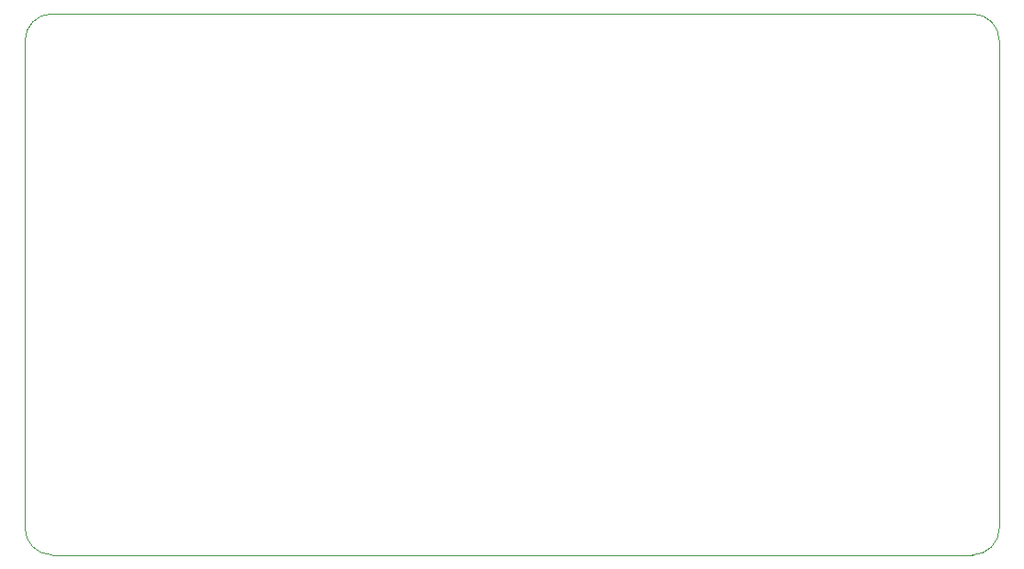
<source format=gbr>
%TF.GenerationSoftware,KiCad,Pcbnew,(5.1.7)-1*%
%TF.CreationDate,2020-10-06T15:51:41+07:00*%
%TF.ProjectId,ublox ZED-F9P (Full feature),75626c6f-7820-45a4-9544-2d4639502028,V1*%
%TF.SameCoordinates,Original*%
%TF.FileFunction,Profile,NP*%
%FSLAX46Y46*%
G04 Gerber Fmt 4.6, Leading zero omitted, Abs format (unit mm)*
G04 Created by KiCad (PCBNEW (5.1.7)-1) date 2020-10-06 15:51:41*
%MOMM*%
%LPD*%
G01*
G04 APERTURE LIST*
%TA.AperFunction,Profile*%
%ADD10C,0.100000*%
%TD*%
G04 APERTURE END LIST*
D10*
X122500000Y-100000000D02*
X207500000Y-100000000D01*
X120000000Y-52500000D02*
X120000000Y-97500000D01*
X210000000Y-97500000D02*
X210000000Y-52500000D01*
X122500000Y-50000000D02*
X207500000Y-50000000D01*
X207500000Y-50000000D02*
G75*
G02*
X210000000Y-52500000I0J-2500000D01*
G01*
X210000000Y-97500000D02*
G75*
G02*
X207500000Y-100000000I-2500000J0D01*
G01*
X122500000Y-100000000D02*
G75*
G02*
X120000000Y-97500000I0J2500000D01*
G01*
X120000000Y-52500000D02*
G75*
G02*
X122500000Y-50000000I2500000J0D01*
G01*
M02*

</source>
